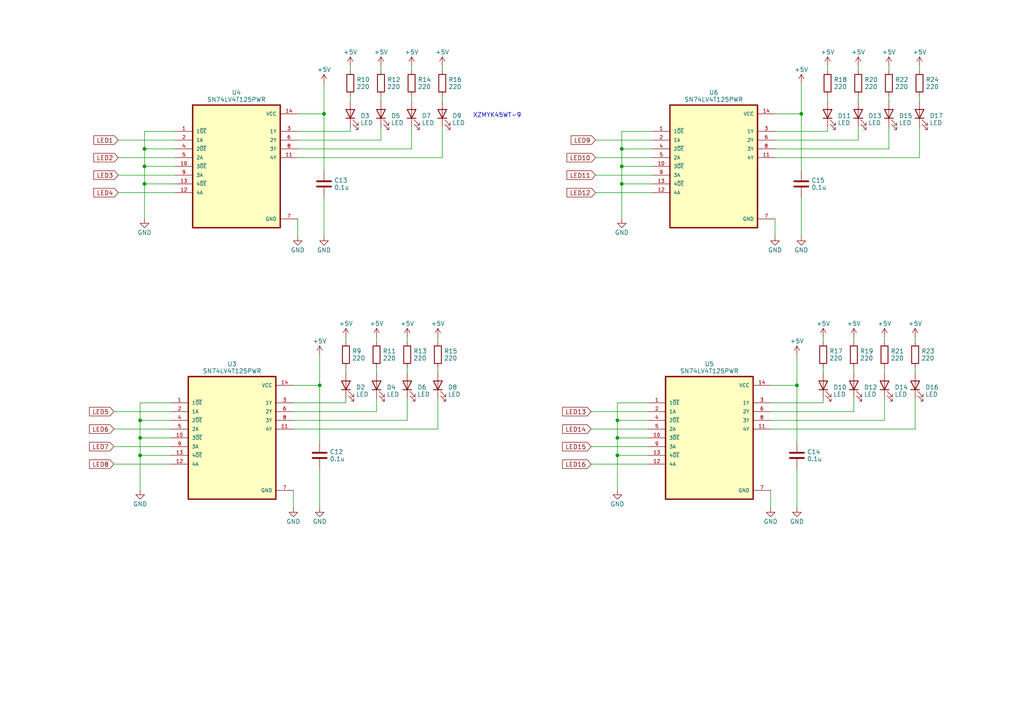
<source format=kicad_sch>
(kicad_sch (version 20230121) (generator eeschema)
  (paper "A4")
  (lib_symbols
    (symbol "Device:C" (pin_numbers hide) (pin_names (offset 0.254))
      (property "Reference" "C" (at 0.635 2.54 0))
      (property "Value" "C" (at 0.635 -2.54 0))
      (symbol "C_0_1"
        (polyline (pts (xy -2.032 -0.762) (xy 2.032 -0.762)) (stroke (width 0.508)))
        (polyline (pts (xy -2.032 0.762) (xy 2.032 0.762)) (stroke (width 0.508)))
      )
      (symbol "C_1_1"
        (pin passive line (at 0 3.81 270) (length 2.794) (name "~") (number "1"))
        (pin passive line (at 0 -3.81 90) (length 2.794) (name "~") (number "2"))
      )
    )
    (symbol "Device:LED" (pin_numbers hide) (pin_names (offset 1.016) hide)
      (property "Reference" "D" (at 0 2.54 0))
      (property "Value" "LED" (at 0 -2.54 0))
      (symbol "LED_0_1"
        (polyline (pts (xy -1.27 -1.27) (xy -1.27 1.27)) (stroke (width 0.254)))
        (polyline (pts (xy -1.27 0) (xy 1.27 0)))
        (polyline (pts (xy 1.27 -1.27) (xy 1.27 1.27) (xy -1.27 0) (xy 1.27 -1.27)) (stroke (width 0.254)))
        (polyline (pts (xy -3.048 -0.762) (xy -4.572 -2.286) (xy -3.81 -2.286) (xy -4.572 -2.286) (xy -4.572 -1.524)))
        (polyline (pts (xy -1.778 -0.762) (xy -3.302 -2.286) (xy -2.54 -2.286) (xy -3.302 -2.286) (xy -3.302 -1.524)))
      )
      (symbol "LED_1_1"
        (pin passive line (at -3.81 0 0) (length 2.54) (name "K") (number "1"))
        (pin passive line (at 3.81 0 180) (length 2.54) (name "A") (number "2"))
      )
    )
    (symbol "Device:R" (pin_numbers hide) (pin_names (offset 0))
      (property "Reference" "R" (at 2.032 0 90))
      (property "Value" "R" (at 0 0 90))
      (symbol "R_0_1"
        (rectangle (start -1.016 -2.54) (end 1.016 2.54) (stroke (width 0.254)))
      )
      (symbol "R_1_1"
        (pin passive line (at 0 3.81 270) (length 1.27) (name "~") (number "1"))
        (pin passive line (at 0 -3.81 90) (length 1.27) (name "~") (number "2"))
      )
    )
    (symbol "SN74LV4T125PWR:SN74LV4T125PWR" (pin_names (offset 1.016))
      (property "Reference" "U" (at -12.7 18.78 0))
      (property "Value" "SN74LV4T125PWR" (at -12.7 -21.78 0))
      (symbol "SN74LV4T125PWR_0_0"
        (rectangle (start -12.7 -17.78) (end 12.7 17.78) (stroke (width 0.41)) (fill (type background)))
        (pin input line (at -17.78 10.16 0) (length 5.08) (name "1~{OE}") (number "1"))
        (pin input line (at -17.78 0 0) (length 5.08) (name "3~{OE}") (number "10"))
        (pin output line (at 17.78 2.54 180) (length 5.08) (name "4Y") (number "11"))
        (pin input line (at -17.78 -7.62 0) (length 5.08) (name "4A") (number "12"))
        (pin input line (at -17.78 -5.08 0) (length 5.08) (name "4~{OE}") (number "13"))
        (pin power_in line (at 17.78 15.24 180) (length 5.08) (name "VCC") (number "14"))
        (pin input line (at -17.78 7.62 0) (length 5.08) (name "1A") (number "2"))
        (pin output line (at 17.78 10.16 180) (length 5.08) (name "1Y") (number "3"))
        (pin input line (at -17.78 5.08 0) (length 5.08) (name "2~{OE}") (number "4"))
        (pin input line (at -17.78 2.54 0) (length 5.08) (name "2A") (number "5"))
        (pin output line (at 17.78 7.62 180) (length 5.08) (name "2Y") (number "6"))
        (pin power_in line (at 17.78 -15.24 180) (length 5.08) (name "GND") (number "7"))
        (pin output line (at 17.78 5.08 180) (length 5.08) (name "3Y") (number "8"))
        (pin input line (at -17.78 -2.54 0) (length 5.08) (name "3A") (number "9"))
      )
    )
    (symbol "power:+5V" (power) (pin_names (offset 0))
      (property "Value" "+5V" (at 0 3.556 0))
      (symbol "+5V_0_1"
        (polyline (pts (xy -0.762 1.27) (xy 0 2.54)))
        (polyline (pts (xy 0 0) (xy 0 2.54)))
        (polyline (pts (xy 0 2.54) (xy 0.762 1.27)))
      )
      (symbol "+5V_1_1"
        (pin power_in line (at 0 0 90) (length 0) hide (name "+5V") (number "1"))
      )
    )
    (symbol "power:GND" (power) (pin_names (offset 0))
      (property "Value" "GND" (at 0 -3.81 0))
      (symbol "GND_0_1"
        (polyline (pts (xy 0 0) (xy 0 -1.27) (xy 1.27 -1.27) (xy 0 -2.54) (xy -1.27 -1.27) (xy 0 -1.27)))
      )
      (symbol "GND_1_1"
        (pin power_in line (at 0 0 270) (length 0) hide (name "GND") (number "1"))
      )
    )
  )
  (junction (at 180.34 48.26))
  (junction (at 180.34 53.34))
  (junction (at 179.07 132.08))
  (junction (at 180.34 43.18))
  (junction (at 41.91 43.18))
  (junction (at 179.07 127))
  (junction (at 41.91 53.34))
  (junction (at 92.71 111.76))
  (junction (at 231.14 111.76))
  (junction (at 40.64 132.08))
  (junction (at 232.41 33.02))
  (junction (at 93.98 33.02))
  (junction (at 41.91 48.26))
  (junction (at 40.64 127))
  (junction (at 40.64 121.92))
  (junction (at 179.07 121.92))
  (wire (pts (xy 118.11 115.57) (xy 118.11 121.92)))
  (wire (pts (xy 110.49 27.94) (xy 110.49 29.21)))
  (wire (pts (xy 265.43 106.68) (xy 265.43 107.95)))
  (wire (pts (xy 128.27 36.83) (xy 128.27 45.72)))
  (wire (pts (xy 172.72 40.64) (xy 189.23 40.64)))
  (wire (pts (xy 224.79 38.1) (xy 240.03 38.1)))
  (wire (pts (xy 172.72 55.88) (xy 189.23 55.88)))
  (wire (pts (xy 110.49 40.64) (xy 86.36 40.64)))
  (wire (pts (xy 33.02 124.46) (xy 49.53 124.46)))
  (wire (pts (xy 171.45 124.46) (xy 187.96 124.46)))
  (wire (pts (xy 128.27 19.05) (xy 128.27 20.32)))
  (wire (pts (xy 128.27 45.72) (xy 86.36 45.72)))
  (wire (pts (xy 180.34 43.18) (xy 180.34 48.26)))
  (wire (pts (xy 86.36 33.02) (xy 93.98 33.02)))
  (wire (pts (xy 187.96 116.84) (xy 179.07 116.84)))
  (wire (pts (xy 41.91 48.26) (xy 41.91 53.34)))
  (wire (pts (xy 34.29 45.72) (xy 50.8 45.72)))
  (wire (pts (xy 119.38 36.83) (xy 119.38 43.18)))
  (wire (pts (xy 224.79 33.02) (xy 232.41 33.02)))
  (wire (pts (xy 33.02 119.38) (xy 49.53 119.38)))
  (wire (pts (xy 171.45 129.54) (xy 187.96 129.54)))
  (wire (pts (xy 85.09 142.24) (xy 85.09 147.32)))
  (wire (pts (xy 128.27 27.94) (xy 128.27 29.21)))
  (wire (pts (xy 180.34 53.34) (xy 189.23 53.34)))
  (wire (pts (xy 40.64 127) (xy 49.53 127)))
  (wire (pts (xy 33.02 134.62) (xy 49.53 134.62)))
  (wire (pts (xy 41.91 53.34) (xy 41.91 63.5)))
  (wire (pts (xy 256.54 106.68) (xy 256.54 107.95)))
  (wire (pts (xy 118.11 106.68) (xy 118.11 107.95)))
  (wire (pts (xy 92.71 111.76) (xy 92.71 102.87)))
  (wire (pts (xy 86.36 63.5) (xy 86.36 68.58)))
  (wire (pts (xy 109.22 106.68) (xy 109.22 107.95)))
  (wire (pts (xy 92.71 128.27) (xy 92.71 111.76)))
  (wire (pts (xy 34.29 50.8) (xy 50.8 50.8)))
  (wire (pts (xy 265.43 115.57) (xy 265.43 124.46)))
  (wire (pts (xy 257.81 36.83) (xy 257.81 43.18)))
  (wire (pts (xy 180.34 43.18) (xy 189.23 43.18)))
  (wire (pts (xy 179.07 121.92) (xy 187.96 121.92)))
  (wire (pts (xy 238.76 115.57) (xy 238.76 116.84)))
  (wire (pts (xy 110.49 19.05) (xy 110.49 20.32)))
  (wire (pts (xy 41.91 48.26) (xy 50.8 48.26)))
  (wire (pts (xy 179.07 127) (xy 187.96 127)))
  (wire (pts (xy 40.64 132.08) (xy 40.64 142.24)))
  (wire (pts (xy 109.22 115.57) (xy 109.22 119.38)))
  (wire (pts (xy 127 97.79) (xy 127 99.06)))
  (wire (pts (xy 248.92 40.64) (xy 224.79 40.64)))
  (wire (pts (xy 266.7 36.83) (xy 266.7 45.72)))
  (wire (pts (xy 223.52 142.24) (xy 223.52 147.32)))
  (wire (pts (xy 40.64 121.92) (xy 49.53 121.92)))
  (wire (pts (xy 40.64 132.08) (xy 49.53 132.08)))
  (wire (pts (xy 93.98 57.15) (xy 93.98 68.58)))
  (wire (pts (xy 85.09 116.84) (xy 100.33 116.84)))
  (wire (pts (xy 100.33 97.79) (xy 100.33 99.06)))
  (wire (pts (xy 100.33 115.57) (xy 100.33 116.84)))
  (wire (pts (xy 238.76 106.68) (xy 238.76 107.95)))
  (wire (pts (xy 266.7 45.72) (xy 224.79 45.72)))
  (wire (pts (xy 256.54 121.92) (xy 223.52 121.92)))
  (wire (pts (xy 49.53 116.84) (xy 40.64 116.84)))
  (wire (pts (xy 223.52 111.76) (xy 231.14 111.76)))
  (wire (pts (xy 248.92 36.83) (xy 248.92 40.64)))
  (wire (pts (xy 127 106.68) (xy 127 107.95)))
  (wire (pts (xy 33.02 129.54) (xy 49.53 129.54)))
  (wire (pts (xy 119.38 43.18) (xy 86.36 43.18)))
  (wire (pts (xy 86.36 38.1) (xy 101.6 38.1)))
  (wire (pts (xy 180.34 48.26) (xy 189.23 48.26)))
  (wire (pts (xy 257.81 19.05) (xy 257.81 20.32)))
  (wire (pts (xy 41.91 53.34) (xy 50.8 53.34)))
  (wire (pts (xy 240.03 19.05) (xy 240.03 20.32)))
  (wire (pts (xy 172.72 45.72) (xy 189.23 45.72)))
  (wire (pts (xy 224.79 63.5) (xy 224.79 68.58)))
  (wire (pts (xy 41.91 38.1) (xy 41.91 43.18)))
  (wire (pts (xy 180.34 48.26) (xy 180.34 53.34)))
  (wire (pts (xy 101.6 36.83) (xy 101.6 38.1)))
  (wire (pts (xy 171.45 134.62) (xy 187.96 134.62)))
  (wire (pts (xy 265.43 124.46) (xy 223.52 124.46)))
  (wire (pts (xy 41.91 43.18) (xy 41.91 48.26)))
  (wire (pts (xy 257.81 27.94) (xy 257.81 29.21)))
  (wire (pts (xy 266.7 19.05) (xy 266.7 20.32)))
  (wire (pts (xy 247.65 119.38) (xy 223.52 119.38)))
  (wire (pts (xy 231.14 135.89) (xy 231.14 147.32)))
  (wire (pts (xy 118.11 97.79) (xy 118.11 99.06)))
  (wire (pts (xy 232.41 33.02) (xy 232.41 24.13)))
  (wire (pts (xy 265.43 97.79) (xy 265.43 99.06)))
  (wire (pts (xy 179.07 132.08) (xy 179.07 142.24)))
  (wire (pts (xy 109.22 97.79) (xy 109.22 99.06)))
  (wire (pts (xy 232.41 57.15) (xy 232.41 68.58)))
  (wire (pts (xy 247.65 115.57) (xy 247.65 119.38)))
  (wire (pts (xy 85.09 111.76) (xy 92.71 111.76)))
  (wire (pts (xy 40.64 127) (xy 40.64 132.08)))
  (wire (pts (xy 119.38 19.05) (xy 119.38 20.32)))
  (wire (pts (xy 118.11 121.92) (xy 85.09 121.92)))
  (wire (pts (xy 231.14 128.27) (xy 231.14 111.76)))
  (wire (pts (xy 93.98 49.53) (xy 93.98 33.02)))
  (wire (pts (xy 109.22 119.38) (xy 85.09 119.38)))
  (wire (pts (xy 40.64 121.92) (xy 40.64 127)))
  (wire (pts (xy 93.98 33.02) (xy 93.98 24.13)))
  (wire (pts (xy 171.45 119.38) (xy 187.96 119.38)))
  (wire (pts (xy 92.71 135.89) (xy 92.71 147.32)))
  (wire (pts (xy 179.07 116.84) (xy 179.07 121.92)))
  (wire (pts (xy 238.76 97.79) (xy 238.76 99.06)))
  (wire (pts (xy 127 124.46) (xy 85.09 124.46)))
  (wire (pts (xy 266.7 27.94) (xy 266.7 29.21)))
  (wire (pts (xy 172.72 50.8) (xy 189.23 50.8)))
  (wire (pts (xy 179.07 127) (xy 179.07 132.08)))
  (wire (pts (xy 248.92 19.05) (xy 248.92 20.32)))
  (wire (pts (xy 257.81 43.18) (xy 224.79 43.18)))
  (wire (pts (xy 189.23 38.1) (xy 180.34 38.1)))
  (wire (pts (xy 256.54 97.79) (xy 256.54 99.06)))
  (wire (pts (xy 101.6 27.94) (xy 101.6 29.21)))
  (wire (pts (xy 179.07 132.08) (xy 187.96 132.08)))
  (wire (pts (xy 247.65 97.79) (xy 247.65 99.06)))
  (wire (pts (xy 240.03 36.83) (xy 240.03 38.1)))
  (wire (pts (xy 240.03 27.94) (xy 240.03 29.21)))
  (wire (pts (xy 180.34 53.34) (xy 180.34 63.5)))
  (wire (pts (xy 231.14 111.76) (xy 231.14 102.87)))
  (wire (pts (xy 41.91 43.18) (xy 50.8 43.18)))
  (wire (pts (xy 127 115.57) (xy 127 124.46)))
  (wire (pts (xy 40.64 116.84) (xy 40.64 121.92)))
  (wire (pts (xy 248.92 27.94) (xy 248.92 29.21)))
  (wire (pts (xy 50.8 38.1) (xy 41.91 38.1)))
  (wire (pts (xy 256.54 115.57) (xy 256.54 121.92)))
  (wire (pts (xy 232.41 49.53) (xy 232.41 33.02)))
  (wire (pts (xy 119.38 27.94) (xy 119.38 29.21)))
  (wire (pts (xy 223.52 116.84) (xy 238.76 116.84)))
  (wire (pts (xy 110.49 36.83) (xy 110.49 40.64)))
  (wire (pts (xy 247.65 106.68) (xy 247.65 107.95)))
  (wire (pts (xy 180.34 38.1) (xy 180.34 43.18)))
  (wire (pts (xy 34.29 40.64) (xy 50.8 40.64)))
  (wire (pts (xy 34.29 55.88) (xy 50.8 55.88)))
  (wire (pts (xy 179.07 121.92) (xy 179.07 127)))
  (wire (pts (xy 101.6 19.05) (xy 101.6 20.32)))
  (wire (pts (xy 100.33 106.68) (xy 100.33 107.95)))
  (text "XZMYK45WT-9" (at 137.16 34.29 0) (effects (font (size 1.27 1.27)) (justify left bottom)))
  (global_label "LED14" (shape input) (at 171.45 124.46 180) (property "Intersheetrefs" "${INTERSHEET_REFS}" (effects hide)))
  (global_label "LED2" (shape input) (at 34.29 45.72 180) (property "Intersheetrefs" "${INTERSHEET_REFS}" (effects hide)))
  (global_label "LED3" (shape input) (at 34.29 50.8 180) (property "Intersheetrefs" "${INTERSHEET_REFS}" (effects hide)))
  (global_label "LED5" (shape input) (at 33.02 119.38 180) (property "Intersheetrefs" "${INTERSHEET_REFS}" (effects hide)))
  (global_label "LED13" (shape input) (at 171.45 119.38 180) (property "Intersheetrefs" "${INTERSHEET_REFS}" (effects hide)))
  (global_label "LED15" (shape input) (at 171.45 129.54 180) (property "Intersheetrefs" "${INTERSHEET_REFS}" (effects hide)))
  (global_label "LED11" (shape input) (at 172.72 50.8 180) (property "Intersheetrefs" "${INTERSHEET_REFS}" (effects hide)))
  (global_label "LED16" (shape input) (at 171.45 134.62 180) (property "Intersheetrefs" "${INTERSHEET_REFS}" (effects hide)))
  (global_label "LED1" (shape input) (at 34.29 40.64 180) (property "Intersheetrefs" "${INTERSHEET_REFS}" (effects hide)))
  (global_label "LED8" (shape input) (at 33.02 134.62 180) (property "Intersheetrefs" "${INTERSHEET_REFS}" (effects hide)))
  (global_label "LED12" (shape input) (at 172.72 55.88 180) (property "Intersheetrefs" "${INTERSHEET_REFS}" (effects hide)))
  (global_label "LED10" (shape input) (at 172.72 45.72 180) (property "Intersheetrefs" "${INTERSHEET_REFS}" (effects hide)))
  (global_label "LED4" (shape input) (at 34.29 55.88 180) (property "Intersheetrefs" "${INTERSHEET_REFS}" (effects hide)))
  (global_label "LED9" (shape input) (at 172.72 40.64 180) (property "Intersheetrefs" "${INTERSHEET_REFS}" (effects hide)))
  (global_label "LED6" (shape input) (at 33.02 124.46 180) (property "Intersheetrefs" "${INTERSHEET_REFS}" (effects hide)))
  (global_label "LED7" (shape input) (at 33.02 129.54 180) (property "Intersheetrefs" "${INTERSHEET_REFS}" (effects hide)))
  (symbol (lib_id "power:+5V") (at 109.22 97.79 0) (unit 1)
    (property "Reference" "#PWR037" (effects hide))
    (property "Value" "+5V" (at 109.22 93.845 0))
  )
  (symbol (lib_id "Device:R") (at 118.11 102.87 0) (unit 1)
    (property "Reference" "R13" (at 119.888 101.846 0) (effects (justify left)))
    (property "Value" "220" (at 119.888 103.894 0) (effects (justify left)))
    (property "Footprint" "Resistor_SMD:R_0603_1608Metric" (effects hide))
  )
  (symbol (lib_id "Device:LED") (at 118.11 111.76 90) (unit 1)
    (property "Reference" "D6" (at 121.031 112.3235 90) (effects (justify right)))
    (property "Value" "LED" (at 121.031 114.3715 90) (effects (justify right)))
    (property "Footprint" "LED_SMD:XZMYK45WT-9" (effects hide))
  )
  (symbol (lib_id "power:+5V") (at 92.71 102.87 0) (unit 1)
    (property "Reference" "#PWR031" (effects hide))
    (property "Value" "+5V" (at 92.71 98.925 0))
  )
  (symbol (lib_id "power:+5V") (at 118.11 97.79 0) (unit 1)
    (property "Reference" "#PWR039" (effects hide))
    (property "Value" "+5V" (at 118.11 93.845 0))
  )
  (symbol (lib_id "Device:R") (at 127 102.87 0) (unit 1)
    (property "Reference" "R15" (at 128.778 101.846 0) (effects (justify left)))
    (property "Value" "220" (at 128.778 103.894 0) (effects (justify left)))
    (property "Footprint" "Resistor_SMD:R_0603_1608Metric" (effects hide))
  )
  (symbol (lib_id "Device:R") (at 256.54 102.87 0) (unit 1)
    (property "Reference" "R21" (at 258.318 101.846 0) (effects (justify left)))
    (property "Value" "220" (at 258.318 103.894 0) (effects (justify left)))
    (property "Footprint" "Resistor_SMD:R_0603_1608Metric" (effects hide))
  )
  (symbol (lib_id "power:GND") (at 223.52 147.32 0) (unit 1)
    (property "Reference" "#PWR045" (effects hide))
    (property "Value" "GND" (at 223.52 151.265 0))
  )
  (symbol (lib_id "Device:LED") (at 238.76 111.76 90) (unit 1)
    (property "Reference" "D10" (at 241.681 112.3235 90) (effects (justify right)))
    (property "Value" "LED" (at 241.681 114.3715 90) (effects (justify right)))
    (property "Footprint" "LED_SMD:XZMYK45WT-9" (effects hide))
  )
  (symbol (lib_id "Device:LED") (at 101.6 33.02 90) (unit 1)
    (property "Reference" "D3" (at 104.521 33.5835 90) (effects (justify right)))
    (property "Value" "LED" (at 104.521 35.6315 90) (effects (justify right)))
    (property "Footprint" "LED_SMD:XZMYK45WT-9" (effects hide))
  )
  (symbol (lib_id "Device:R") (at 100.33 102.87 0) (unit 1)
    (property "Reference" "R9" (at 102.108 101.846 0) (effects (justify left)))
    (property "Value" "220" (at 102.108 103.894 0) (effects (justify left)))
    (property "Footprint" "Resistor_SMD:R_0603_1608Metric" (effects hide))
  )
  (symbol (lib_id "power:+5V") (at 100.33 97.79 0) (unit 1)
    (property "Reference" "#PWR035" (effects hide))
    (property "Value" "+5V" (at 100.33 93.845 0))
  )
  (symbol (lib_id "power:+5V") (at 127 97.79 0) (unit 1)
    (property "Reference" "#PWR041" (effects hide))
    (property "Value" "+5V" (at 127 93.845 0))
  )
  (symbol (lib_id "Device:LED") (at 100.33 111.76 90) (unit 1)
    (property "Reference" "D2" (at 103.251 112.3235 90) (effects (justify right)))
    (property "Value" "LED" (at 103.251 114.3715 90) (effects (justify right)))
    (property "Footprint" "LED_SMD:XZMYK45WT-9" (effects hide))
  )
  (symbol (lib_id "Device:R") (at 110.49 24.13 0) (unit 1)
    (property "Reference" "R12" (at 112.268 23.106 0) (effects (justify left)))
    (property "Value" "220" (at 112.268 25.154 0) (effects (justify left)))
    (property "Footprint" "Resistor_SMD:R_0603_1608Metric" (effects hide))
  )
  (symbol (lib_id "Device:R") (at 119.38 24.13 0) (unit 1)
    (property "Reference" "R14" (at 121.158 23.106 0) (effects (justify left)))
    (property "Value" "220" (at 121.158 25.154 0) (effects (justify left)))
    (property "Footprint" "Resistor_SMD:R_0603_1608Metric" (effects hide))
  )
  (symbol (lib_id "Device:LED") (at 127 111.76 90) (unit 1)
    (property "Reference" "D8" (at 129.921 112.3235 90) (effects (justify right)))
    (property "Value" "LED" (at 129.921 114.3715 90) (effects (justify right)))
    (property "Footprint" "LED_SMD:XZMYK45WT-9" (effects hide))
  )
  (symbol (lib_id "power:GND") (at 231.14 147.32 0) (unit 1)
    (property "Reference" "#PWR048" (effects hide))
    (property "Value" "GND" (at 231.14 151.265 0))
  )
  (symbol (lib_id "Device:R") (at 238.76 102.87 0) (unit 1)
    (property "Reference" "R17" (at 240.538 101.846 0) (effects (justify left)))
    (property "Value" "220" (at 240.538 103.894 0) (effects (justify left)))
    (property "Footprint" "Resistor_SMD:R_0603_1608Metric" (effects hide))
  )
  (symbol (lib_id "power:GND") (at 224.79 68.58 0) (unit 1)
    (property "Reference" "#PWR046" (effects hide))
    (property "Value" "GND" (at 224.79 72.525 0))
  )
  (symbol (lib_id "Device:R") (at 266.7 24.13 0) (unit 1)
    (property "Reference" "R24" (at 268.478 23.106 0) (effects (justify left)))
    (property "Value" "220" (at 268.478 25.154 0) (effects (justify left)))
    (property "Footprint" "Resistor_SMD:R_0603_1608Metric" (effects hide))
  )
  (symbol (lib_id "Device:R") (at 128.27 24.13 0) (unit 1)
    (property "Reference" "R16" (at 130.048 23.106 0) (effects (justify left)))
    (property "Value" "220" (at 130.048 25.154 0) (effects (justify left)))
    (property "Footprint" "Resistor_SMD:R_0603_1608Metric" (effects hide))
  )
  (symbol (lib_id "power:+5V") (at 240.03 19.05 0) (unit 1)
    (property "Reference" "#PWR052" (effects hide))
    (property "Value" "+5V" (at 240.03 15.105 0))
  )
  (symbol (lib_id "Device:R") (at 240.03 24.13 0) (unit 1)
    (property "Reference" "R18" (at 241.808 23.106 0) (effects (justify left)))
    (property "Value" "220" (at 241.808 25.154 0) (effects (justify left)))
    (property "Footprint" "Resistor_SMD:R_0603_1608Metric" (effects hide))
  )
  (symbol (lib_id "power:+5V") (at 247.65 97.79 0) (unit 1)
    (property "Reference" "#PWR053" (effects hide))
    (property "Value" "+5V" (at 247.65 93.845 0))
  )
  (symbol (lib_id "power:GND") (at 40.64 142.24 0) (unit 1)
    (property "Reference" "#PWR027" (effects hide))
    (property "Value" "GND" (at 40.64 146.185 0))
  )
  (symbol (lib_id "power:+5V") (at 93.98 24.13 0) (unit 1)
    (property "Reference" "#PWR033" (effects hide))
    (property "Value" "+5V" (at 93.98 20.185 0))
  )
  (symbol (lib_id "Device:LED") (at 265.43 111.76 90) (unit 1)
    (property "Reference" "D16" (at 268.351 112.3235 90) (effects (justify right)))
    (property "Value" "LED" (at 268.351 114.3715 90) (effects (justify right)))
    (property "Footprint" "LED_SMD:XZMYK45WT-9" (effects hide))
  )
  (symbol (lib_id "power:GND") (at 93.98 68.58 0) (unit 1)
    (property "Reference" "#PWR034" (effects hide))
    (property "Value" "GND" (at 93.98 72.525 0))
  )
  (symbol (lib_id "Device:LED") (at 257.81 33.02 90) (unit 1)
    (property "Reference" "D15" (at 260.731 33.5835 90) (effects (justify right)))
    (property "Value" "LED" (at 260.731 35.6315 90) (effects (justify right)))
    (property "Footprint" "LED_SMD:XZMYK45WT-9" (effects hide))
  )
  (symbol (lib_id "power:GND") (at 92.71 147.32 0) (unit 1)
    (property "Reference" "#PWR032" (effects hide))
    (property "Value" "GND" (at 92.71 151.265 0))
  )
  (symbol (lib_id "Device:LED") (at 248.92 33.02 90) (unit 1)
    (property "Reference" "D13" (at 251.841 33.5835 90) (effects (justify right)))
    (property "Value" "LED" (at 251.841 35.6315 90) (effects (justify right)))
    (property "Footprint" "LED_SMD:XZMYK45WT-9" (effects hide))
  )
  (symbol (lib_id "SN74LV4T125PWR:SN74LV4T125PWR") (at 205.74 127 0) (unit 1)
    (property "Reference" "U5" (at 205.74 105.562 0))
    (property "Value" "SN74LV4T125PWR" (at 205.74 107.61 0))
    (property "Footprint" "SN74LV4T125PWR:SOP65P640X120-14N" (effects hide))
  )
  (symbol (lib_id "Device:C") (at 232.41 53.34 0) (unit 1)
    (property "Reference" "C15" (at 235.331 52.316 0) (effects (justify left)))
    (property "Value" "0.1u" (at 235.331 54.364 0) (effects (justify left)))
    (property "Footprint" "Capacitor_SMD:C_0603_1608Metric" (effects hide))
  )
  (symbol (lib_id "Device:LED") (at 119.38 33.02 90) (unit 1)
    (property "Reference" "D7" (at 122.301 33.5835 90) (effects (justify right)))
    (property "Value" "LED" (at 122.301 35.6315 90) (effects (justify right)))
    (property "Footprint" "LED_SMD:XZMYK45WT-9" (effects hide))
  )
  (symbol (lib_id "Device:R") (at 257.81 24.13 0) (unit 1)
    (property "Reference" "R22" (at 259.588 23.106 0) (effects (justify left)))
    (property "Value" "220" (at 259.588 25.154 0) (effects (justify left)))
    (property "Footprint" "Resistor_SMD:R_0603_1608Metric" (effects hide))
  )
  (symbol (lib_id "SN74LV4T125PWR:SN74LV4T125PWR") (at 67.31 127 0) (unit 1)
    (property "Reference" "U3" (at 67.31 105.562 0))
    (property "Value" "SN74LV4T125PWR" (at 67.31 107.61 0))
    (property "Footprint" "SN74LV4T125PWR:SOP65P640X120-14N" (effects hide))
  )
  (symbol (lib_id "power:+5V") (at 101.6 19.05 0) (unit 1)
    (property "Reference" "#PWR036" (effects hide))
    (property "Value" "+5V" (at 101.6 15.105 0))
  )
  (symbol (lib_id "Device:R") (at 265.43 102.87 0) (unit 1)
    (property "Reference" "R23" (at 267.208 101.846 0) (effects (justify left)))
    (property "Value" "220" (at 267.208 103.894 0) (effects (justify left)))
    (property "Footprint" "Resistor_SMD:R_0603_1608Metric" (effects hide))
  )
  (symbol (lib_id "power:+5V") (at 256.54 97.79 0) (unit 1)
    (property "Reference" "#PWR055" (effects hide))
    (property "Value" "+5V" (at 256.54 93.845 0))
  )
  (symbol (lib_id "power:GND") (at 41.91 63.5 0) (unit 1)
    (property "Reference" "#PWR028" (effects hide))
    (property "Value" "GND" (at 41.91 67.445 0))
  )
  (symbol (lib_id "power:GND") (at 179.07 142.24 0) (unit 1)
    (property "Reference" "#PWR043" (effects hide))
    (property "Value" "GND" (at 179.07 146.185 0))
  )
  (symbol (lib_id "SN74LV4T125PWR:SN74LV4T125PWR") (at 68.58 48.26 0) (unit 1)
    (property "Reference" "U4" (at 68.58 26.822 0))
    (property "Value" "SN74LV4T125PWR" (at 68.58 28.87 0))
    (property "Footprint" "SN74LV4T125PWR:SOP65P640X120-14N" (effects hide))
  )
  (symbol (lib_id "power:+5V") (at 119.38 19.05 0) (unit 1)
    (property "Reference" "#PWR040" (effects hide))
    (property "Value" "+5V" (at 119.38 15.105 0))
  )
  (symbol (lib_id "Device:LED") (at 256.54 111.76 90) (unit 1)
    (property "Reference" "D14" (at 259.461 112.3235 90) (effects (justify right)))
    (property "Value" "LED" (at 259.461 114.3715 90) (effects (justify right)))
    (property "Footprint" "LED_SMD:XZMYK45WT-9" (effects hide))
  )
  (symbol (lib_id "Device:LED") (at 266.7 33.02 90) (unit 1)
    (property "Reference" "D17" (at 269.621 33.5835 90) (effects (justify right)))
    (property "Value" "LED" (at 269.621 35.6315 90) (effects (justify right)))
    (property "Footprint" "LED_SMD:XZMYK45WT-9" (effects hide))
  )
  (symbol (lib_id "power:GND") (at 85.09 147.32 0) (unit 1)
    (property "Reference" "#PWR029" (effects hide))
    (property "Value" "GND" (at 85.09 151.265 0))
  )
  (symbol (lib_id "Device:LED") (at 247.65 111.76 90) (unit 1)
    (property "Reference" "D12" (at 250.571 112.3235 90) (effects (justify right)))
    (property "Value" "LED" (at 250.571 114.3715 90) (effects (justify right)))
    (property "Footprint" "LED_SMD:XZMYK45WT-9" (effects hide))
  )
  (symbol (lib_id "power:GND") (at 86.36 68.58 0) (unit 1)
    (property "Reference" "#PWR030" (effects hide))
    (property "Value" "GND" (at 86.36 72.525 0))
  )
  (symbol (lib_id "Device:R") (at 247.65 102.87 0) (unit 1)
    (property "Reference" "R19" (at 249.428 101.846 0) (effects (justify left)))
    (property "Value" "220" (at 249.428 103.894 0) (effects (justify left)))
    (property "Footprint" "Resistor_SMD:R_0603_1608Metric" (effects hide))
  )
  (symbol (lib_id "Device:LED") (at 109.22 111.76 90) (unit 1)
    (property "Reference" "D4" (at 112.141 112.3235 90) (effects (justify right)))
    (property "Value" "LED" (at 112.141 114.3715 90) (effects (justify right)))
    (property "Footprint" "LED_SMD:XZMYK45WT-9" (effects hide))
  )
  (symbol (lib_id "Device:C") (at 93.98 53.34 0) (unit 1)
    (property "Reference" "C13" (at 96.901 52.316 0) (effects (justify left)))
    (property "Value" "0.1u" (at 96.901 54.364 0) (effects (justify left)))
    (property "Footprint" "Capacitor_SMD:C_0603_1608Metric" (effects hide))
  )
  (symbol (lib_id "power:+5V") (at 238.76 97.79 0) (unit 1)
    (property "Reference" "#PWR051" (effects hide))
    (property "Value" "+5V" (at 238.76 93.845 0))
  )
  (symbol (lib_id "power:+5V") (at 128.27 19.05 0) (unit 1)
    (property "Reference" "#PWR042" (effects hide))
    (property "Value" "+5V" (at 128.27 15.105 0))
  )
  (symbol (lib_id "power:+5V") (at 257.81 19.05 0) (unit 1)
    (property "Reference" "#PWR056" (effects hide))
    (property "Value" "+5V" (at 257.81 15.105 0))
  )
  (symbol (lib_id "Device:C") (at 92.71 132.08 0) (unit 1)
    (property "Reference" "C12" (at 95.631 131.056 0) (effects (justify left)))
    (property "Value" "0.1u" (at 95.631 133.104 0) (effects (justify left)))
    (property "Footprint" "Capacitor_SMD:C_0603_1608Metric" (effects hide))
  )
  (symbol (lib_id "Device:LED") (at 240.03 33.02 90) (unit 1)
    (property "Reference" "D11" (at 242.951 33.5835 90) (effects (justify right)))
    (property "Value" "LED" (at 242.951 35.6315 90) (effects (justify right)))
    (property "Footprint" "LED_SMD:XZMYK45WT-9" (effects hide))
  )
  (symbol (lib_id "Device:LED") (at 128.27 33.02 90) (unit 1)
    (property "Reference" "D9" (at 131.191 33.5835 90) (effects (justify right)))
    (property "Value" "LED" (at 131.191 35.6315 90) (effects (justify right)))
    (property "Footprint" "LED_SMD:XZMYK45WT-9" (effects hide))
  )
  (symbol (lib_id "Device:R") (at 109.22 102.87 0) (unit 1)
    (property "Reference" "R11" (at 110.998 101.846 0) (effects (justify left)))
    (property "Value" "220" (at 110.998 103.894 0) (effects (justify left)))
    (property "Footprint" "Resistor_SMD:R_0603_1608Metric" (effects hide))
  )
  (symbol (lib_id "power:+5V") (at 248.92 19.05 0) (unit 1)
    (property "Reference" "#PWR054" (effects hide))
    (property "Value" "+5V" (at 248.92 15.105 0))
  )
  (symbol (lib_id "power:+5V") (at 232.41 24.13 0) (unit 1)
    (property "Reference" "#PWR049" (effects hide))
    (property "Value" "+5V" (at 232.41 20.185 0))
  )
  (symbol (lib_id "power:+5V") (at 266.7 19.05 0) (unit 1)
    (property "Reference" "#PWR058" (effects hide))
    (property "Value" "+5V" (at 266.7 15.105 0))
  )
  (symbol (lib_id "Device:R") (at 248.92 24.13 0) (unit 1)
    (property "Reference" "R20" (at 250.698 23.106 0) (effects (justify left)))
    (property "Value" "220" (at 250.698 25.154 0) (effects (justify left)))
    (property "Footprint" "Resistor_SMD:R_0603_1608Metric" (effects hide))
  )
  (symbol (lib_id "SN74LV4T125PWR:SN74LV4T125PWR") (at 207.01 48.26 0) (unit 1)
    (property "Reference" "U6" (at 207.01 26.822 0))
    (property "Value" "SN74LV4T125PWR" (at 207.01 28.87 0))
    (property "Footprint" "SN74LV4T125PWR:SOP65P640X120-14N" (effects hide))
  )
  (symbol (lib_id "power:+5V") (at 231.14 102.87 0) (unit 1)
    (property "Reference" "#PWR047" (effects hide))
    (property "Value" "+5V" (at 231.14 98.925 0))
  )
  (symbol (lib_id "Device:R") (at 101.6 24.13 0) (unit 1)
    (property "Reference" "R10" (at 103.378 23.106 0) (effects (justify left)))
    (property "Value" "220" (at 103.378 25.154 0) (effects (justify left)))
    (property "Footprint" "Resistor_SMD:R_0603_1608Metric" (effects hide))
  )
  (symbol (lib_id "power:+5V") (at 265.43 97.79 0) (unit 1)
    (property "Reference" "#PWR057" (effects hide))
    (property "Value" "+5V" (at 265.43 93.845 0))
  )
  (symbol (lib_id "power:GND") (at 232.41 68.58 0) (unit 1)
    (property "Reference" "#PWR050" (effects hide))
    (property "Value" "GND" (at 232.41 72.525 0))
  )
  (symbol (lib_id "power:GND") (at 180.34 63.5 0) (unit 1)
    (property "Reference" "#PWR044" (effects hide))
    (property "Value" "GND" (at 180.34 67.445 0))
  )
  (symbol (lib_id "Device:C") (at 231.14 132.08 0) (unit 1)
    (property "Reference" "C14" (at 234.061 131.056 0) (effects (justify left)))
    (property "Value" "0.1u" (at 234.061 133.104 0) (effects (justify left)))
    (property "Footprint" "Capacitor_SMD:C_0603_1608Metric" (effects hide))
  )
  (symbol (lib_id "Device:LED") (at 110.49 33.02 90) (unit 1)
    (property "Reference" "D5" (at 113.411 33.5835 90) (effects (justify right)))
    (property "Value" "LED" (at 113.411 35.6315 90) (effects (justify right)))
    (property "Footprint" "LED_SMD:XZMYK45WT-9" (effects hide))
  )
  (symbol (lib_id "power:+5V") (at 110.49 19.05 0) (unit 1)
    (property "Reference" "#PWR038" (effects hide))
    (property "Value" "+5V" (at 110.49 15.105 0))
  )
)
</source>
